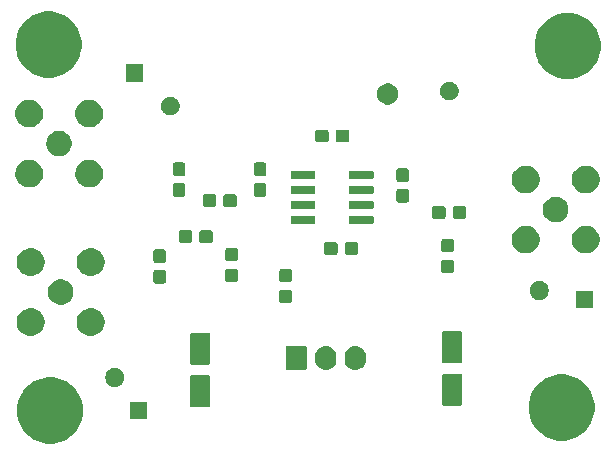
<source format=gbr>
G04 #@! TF.GenerationSoftware,KiCad,Pcbnew,(5.1.2)-2*
G04 #@! TF.CreationDate,2019-07-17T10:15:29+08:00*
G04 #@! TF.ProjectId,single_AM_eval_board,73696e67-6c65-45f4-914d-5f6576616c5f,rev?*
G04 #@! TF.SameCoordinates,Original*
G04 #@! TF.FileFunction,Soldermask,Top*
G04 #@! TF.FilePolarity,Negative*
%FSLAX46Y46*%
G04 Gerber Fmt 4.6, Leading zero omitted, Abs format (unit mm)*
G04 Created by KiCad (PCBNEW (5.1.2)-2) date 2019-07-17 10:15:29*
%MOMM*%
%LPD*%
G04 APERTURE LIST*
%ADD10C,0.100000*%
G04 APERTURE END LIST*
D10*
G36*
X101655021Y-150341640D02*
G01*
X102164769Y-150552785D01*
X102164771Y-150552786D01*
X102623534Y-150859321D01*
X103013679Y-151249466D01*
X103150498Y-151454231D01*
X103320215Y-151708231D01*
X103531360Y-152217979D01*
X103639000Y-152759124D01*
X103639000Y-153310876D01*
X103531360Y-153852021D01*
X103320215Y-154361769D01*
X103320214Y-154361771D01*
X103013679Y-154820534D01*
X102623534Y-155210679D01*
X102164771Y-155517214D01*
X102164770Y-155517215D01*
X102164769Y-155517215D01*
X101655021Y-155728360D01*
X101113876Y-155836000D01*
X100562124Y-155836000D01*
X100020979Y-155728360D01*
X99511231Y-155517215D01*
X99511230Y-155517215D01*
X99511229Y-155517214D01*
X99052466Y-155210679D01*
X98662321Y-154820534D01*
X98355786Y-154361771D01*
X98355785Y-154361769D01*
X98144640Y-153852021D01*
X98037000Y-153310876D01*
X98037000Y-152759124D01*
X98144640Y-152217979D01*
X98355785Y-151708231D01*
X98525502Y-151454231D01*
X98662321Y-151249466D01*
X99052466Y-150859321D01*
X99511229Y-150552786D01*
X99511231Y-150552785D01*
X100020979Y-150341640D01*
X100562124Y-150234000D01*
X101113876Y-150234000D01*
X101655021Y-150341640D01*
X101655021Y-150341640D01*
G37*
G36*
X144962021Y-150087640D02*
G01*
X145471769Y-150298785D01*
X145471771Y-150298786D01*
X145930534Y-150605321D01*
X146320679Y-150995466D01*
X146627214Y-151454229D01*
X146627215Y-151454231D01*
X146838360Y-151963979D01*
X146946000Y-152505124D01*
X146946000Y-153056876D01*
X146838360Y-153598021D01*
X146733149Y-153852022D01*
X146627214Y-154107771D01*
X146320679Y-154566534D01*
X145930534Y-154956679D01*
X145471771Y-155263214D01*
X145471770Y-155263215D01*
X145471769Y-155263215D01*
X144962021Y-155474360D01*
X144420876Y-155582000D01*
X143869124Y-155582000D01*
X143327979Y-155474360D01*
X142818231Y-155263215D01*
X142818230Y-155263215D01*
X142818229Y-155263214D01*
X142359466Y-154956679D01*
X141969321Y-154566534D01*
X141662786Y-154107771D01*
X141556851Y-153852022D01*
X141451640Y-153598021D01*
X141344000Y-153056876D01*
X141344000Y-152505124D01*
X141451640Y-151963979D01*
X141662785Y-151454231D01*
X141662786Y-151454229D01*
X141969321Y-150995466D01*
X142359466Y-150605321D01*
X142818229Y-150298786D01*
X142818231Y-150298785D01*
X143327979Y-150087640D01*
X143869124Y-149980000D01*
X144420876Y-149980000D01*
X144962021Y-150087640D01*
X144962021Y-150087640D01*
G37*
G36*
X109057000Y-153761000D02*
G01*
X107605000Y-153761000D01*
X107605000Y-152309000D01*
X109057000Y-152309000D01*
X109057000Y-153761000D01*
X109057000Y-153761000D01*
G37*
G36*
X114243997Y-150059051D02*
G01*
X114277652Y-150069261D01*
X114308665Y-150085838D01*
X114335851Y-150108149D01*
X114358162Y-150135335D01*
X114374739Y-150166348D01*
X114384949Y-150200003D01*
X114389000Y-150241138D01*
X114389000Y-152570862D01*
X114384949Y-152611997D01*
X114374739Y-152645652D01*
X114358162Y-152676665D01*
X114335851Y-152703851D01*
X114308665Y-152726162D01*
X114277652Y-152742739D01*
X114243997Y-152752949D01*
X114202862Y-152757000D01*
X112873138Y-152757000D01*
X112832003Y-152752949D01*
X112798348Y-152742739D01*
X112767335Y-152726162D01*
X112740149Y-152703851D01*
X112717838Y-152676665D01*
X112701261Y-152645652D01*
X112691051Y-152611997D01*
X112687000Y-152570862D01*
X112687000Y-150241138D01*
X112691051Y-150200003D01*
X112701261Y-150166348D01*
X112717838Y-150135335D01*
X112740149Y-150108149D01*
X112767335Y-150085838D01*
X112798348Y-150069261D01*
X112832003Y-150059051D01*
X112873138Y-150055000D01*
X114202862Y-150055000D01*
X114243997Y-150059051D01*
X114243997Y-150059051D01*
G37*
G36*
X135579997Y-149932051D02*
G01*
X135613652Y-149942261D01*
X135644665Y-149958838D01*
X135671851Y-149981149D01*
X135694162Y-150008335D01*
X135710739Y-150039348D01*
X135720949Y-150073003D01*
X135725000Y-150114138D01*
X135725000Y-152443862D01*
X135720949Y-152484997D01*
X135710739Y-152518652D01*
X135694162Y-152549665D01*
X135671851Y-152576851D01*
X135644665Y-152599162D01*
X135613652Y-152615739D01*
X135579997Y-152625949D01*
X135538862Y-152630000D01*
X134209138Y-152630000D01*
X134168003Y-152625949D01*
X134134348Y-152615739D01*
X134103335Y-152599162D01*
X134076149Y-152576851D01*
X134053838Y-152549665D01*
X134037261Y-152518652D01*
X134027051Y-152484997D01*
X134023000Y-152443862D01*
X134023000Y-150114138D01*
X134027051Y-150073003D01*
X134037261Y-150039348D01*
X134053838Y-150008335D01*
X134076149Y-149981149D01*
X134103335Y-149958838D01*
X134134348Y-149942261D01*
X134168003Y-149932051D01*
X134209138Y-149928000D01*
X135538862Y-149928000D01*
X135579997Y-149932051D01*
X135579997Y-149932051D01*
G37*
G36*
X106532642Y-149470781D02*
G01*
X106678414Y-149531162D01*
X106678416Y-149531163D01*
X106809608Y-149618822D01*
X106921178Y-149730392D01*
X107008837Y-149861584D01*
X107008838Y-149861586D01*
X107069219Y-150007358D01*
X107100000Y-150162107D01*
X107100000Y-150319893D01*
X107069219Y-150474642D01*
X107015090Y-150605321D01*
X107008837Y-150620416D01*
X106921178Y-150751608D01*
X106809608Y-150863178D01*
X106678416Y-150950837D01*
X106678415Y-150950838D01*
X106678414Y-150950838D01*
X106532642Y-151011219D01*
X106377893Y-151042000D01*
X106220107Y-151042000D01*
X106065358Y-151011219D01*
X105919586Y-150950838D01*
X105919585Y-150950838D01*
X105919584Y-150950837D01*
X105788392Y-150863178D01*
X105676822Y-150751608D01*
X105589163Y-150620416D01*
X105582910Y-150605321D01*
X105528781Y-150474642D01*
X105498000Y-150319893D01*
X105498000Y-150162107D01*
X105528781Y-150007358D01*
X105589162Y-149861586D01*
X105589163Y-149861584D01*
X105676822Y-149730392D01*
X105788392Y-149618822D01*
X105919584Y-149531163D01*
X105919586Y-149531162D01*
X106065358Y-149470781D01*
X106220107Y-149440000D01*
X106377893Y-149440000D01*
X106532642Y-149470781D01*
X106532642Y-149470781D01*
G37*
G36*
X124342626Y-147577037D02*
G01*
X124512465Y-147628557D01*
X124512467Y-147628558D01*
X124668989Y-147712221D01*
X124806186Y-147824814D01*
X124889448Y-147926271D01*
X124918778Y-147962009D01*
X125002443Y-148118534D01*
X125053963Y-148288373D01*
X125067000Y-148420742D01*
X125067000Y-148759257D01*
X125053963Y-148891626D01*
X125002443Y-149061466D01*
X124918778Y-149217991D01*
X124889448Y-149253729D01*
X124806186Y-149355186D01*
X124711250Y-149433097D01*
X124668991Y-149467778D01*
X124512466Y-149551443D01*
X124342627Y-149602963D01*
X124166000Y-149620359D01*
X123989374Y-149602963D01*
X123819535Y-149551443D01*
X123663010Y-149467778D01*
X123525815Y-149355185D01*
X123413222Y-149217991D01*
X123329557Y-149061466D01*
X123278037Y-148891627D01*
X123265000Y-148759258D01*
X123265000Y-148420743D01*
X123278037Y-148288374D01*
X123329557Y-148118535D01*
X123413222Y-147962010D01*
X123413223Y-147962009D01*
X123525814Y-147824814D01*
X123627271Y-147741552D01*
X123663009Y-147712222D01*
X123819534Y-147628557D01*
X123989373Y-147577037D01*
X124166000Y-147559641D01*
X124342626Y-147577037D01*
X124342626Y-147577037D01*
G37*
G36*
X126842626Y-147577037D02*
G01*
X127012465Y-147628557D01*
X127012467Y-147628558D01*
X127168989Y-147712221D01*
X127306186Y-147824814D01*
X127389448Y-147926271D01*
X127418778Y-147962009D01*
X127502443Y-148118534D01*
X127553963Y-148288373D01*
X127567000Y-148420742D01*
X127567000Y-148759257D01*
X127553963Y-148891626D01*
X127502443Y-149061466D01*
X127418778Y-149217991D01*
X127389448Y-149253729D01*
X127306186Y-149355186D01*
X127211250Y-149433097D01*
X127168991Y-149467778D01*
X127012466Y-149551443D01*
X126842627Y-149602963D01*
X126666000Y-149620359D01*
X126489374Y-149602963D01*
X126319535Y-149551443D01*
X126163010Y-149467778D01*
X126025815Y-149355185D01*
X125913222Y-149217991D01*
X125829557Y-149061466D01*
X125778037Y-148891627D01*
X125765000Y-148759258D01*
X125765000Y-148420743D01*
X125778037Y-148288374D01*
X125829557Y-148118535D01*
X125913222Y-147962010D01*
X125913223Y-147962009D01*
X126025814Y-147824814D01*
X126127271Y-147741552D01*
X126163009Y-147712222D01*
X126319534Y-147628557D01*
X126489373Y-147577037D01*
X126666000Y-147559641D01*
X126842626Y-147577037D01*
X126842626Y-147577037D01*
G37*
G36*
X122424600Y-147567989D02*
G01*
X122457652Y-147578015D01*
X122488103Y-147594292D01*
X122514799Y-147616201D01*
X122536708Y-147642897D01*
X122552985Y-147673348D01*
X122563011Y-147706400D01*
X122567000Y-147746903D01*
X122567000Y-149433097D01*
X122563011Y-149473600D01*
X122552985Y-149506652D01*
X122536708Y-149537103D01*
X122514799Y-149563799D01*
X122488103Y-149585708D01*
X122457652Y-149601985D01*
X122424600Y-149612011D01*
X122384097Y-149616000D01*
X120947903Y-149616000D01*
X120907400Y-149612011D01*
X120874348Y-149601985D01*
X120843897Y-149585708D01*
X120817201Y-149563799D01*
X120795292Y-149537103D01*
X120779015Y-149506652D01*
X120768989Y-149473600D01*
X120765000Y-149433097D01*
X120765000Y-147746903D01*
X120768989Y-147706400D01*
X120779015Y-147673348D01*
X120795292Y-147642897D01*
X120817201Y-147616201D01*
X120843897Y-147594292D01*
X120874348Y-147578015D01*
X120907400Y-147567989D01*
X120947903Y-147564000D01*
X122384097Y-147564000D01*
X122424600Y-147567989D01*
X122424600Y-147567989D01*
G37*
G36*
X114243997Y-146459051D02*
G01*
X114277652Y-146469261D01*
X114308665Y-146485838D01*
X114335851Y-146508149D01*
X114358162Y-146535335D01*
X114374739Y-146566348D01*
X114384949Y-146600003D01*
X114389000Y-146641138D01*
X114389000Y-148970862D01*
X114384949Y-149011997D01*
X114374739Y-149045652D01*
X114358162Y-149076665D01*
X114335851Y-149103851D01*
X114308665Y-149126162D01*
X114277652Y-149142739D01*
X114243997Y-149152949D01*
X114202862Y-149157000D01*
X112873138Y-149157000D01*
X112832003Y-149152949D01*
X112798348Y-149142739D01*
X112767335Y-149126162D01*
X112740149Y-149103851D01*
X112717838Y-149076665D01*
X112701261Y-149045652D01*
X112691051Y-149011997D01*
X112687000Y-148970862D01*
X112687000Y-146641138D01*
X112691051Y-146600003D01*
X112701261Y-146566348D01*
X112717838Y-146535335D01*
X112740149Y-146508149D01*
X112767335Y-146485838D01*
X112798348Y-146469261D01*
X112832003Y-146459051D01*
X112873138Y-146455000D01*
X114202862Y-146455000D01*
X114243997Y-146459051D01*
X114243997Y-146459051D01*
G37*
G36*
X135579997Y-146332051D02*
G01*
X135613652Y-146342261D01*
X135644665Y-146358838D01*
X135671851Y-146381149D01*
X135694162Y-146408335D01*
X135710739Y-146439348D01*
X135720949Y-146473003D01*
X135725000Y-146514138D01*
X135725000Y-148843862D01*
X135720949Y-148884997D01*
X135710739Y-148918652D01*
X135694162Y-148949665D01*
X135671851Y-148976851D01*
X135644665Y-148999162D01*
X135613652Y-149015739D01*
X135579997Y-149025949D01*
X135538862Y-149030000D01*
X134209138Y-149030000D01*
X134168003Y-149025949D01*
X134134348Y-149015739D01*
X134103335Y-148999162D01*
X134076149Y-148976851D01*
X134053838Y-148949665D01*
X134037261Y-148918652D01*
X134027051Y-148884997D01*
X134023000Y-148843862D01*
X134023000Y-146514138D01*
X134027051Y-146473003D01*
X134037261Y-146439348D01*
X134053838Y-146408335D01*
X134076149Y-146381149D01*
X134103335Y-146358838D01*
X134134348Y-146342261D01*
X134168003Y-146332051D01*
X134209138Y-146328000D01*
X135538862Y-146328000D01*
X135579997Y-146332051D01*
X135579997Y-146332051D01*
G37*
G36*
X99378560Y-144381064D02*
G01*
X99530027Y-144411193D01*
X99744045Y-144499842D01*
X99744046Y-144499843D01*
X99936654Y-144628539D01*
X100100461Y-144792346D01*
X100186258Y-144920751D01*
X100229158Y-144984955D01*
X100317807Y-145198973D01*
X100363000Y-145426174D01*
X100363000Y-145657826D01*
X100317807Y-145885027D01*
X100229158Y-146099045D01*
X100229157Y-146099046D01*
X100100461Y-146291654D01*
X99936654Y-146455461D01*
X99857800Y-146508149D01*
X99744045Y-146584158D01*
X99530027Y-146672807D01*
X99378560Y-146702936D01*
X99302827Y-146718000D01*
X99071173Y-146718000D01*
X98995440Y-146702936D01*
X98843973Y-146672807D01*
X98629955Y-146584158D01*
X98516200Y-146508149D01*
X98437346Y-146455461D01*
X98273539Y-146291654D01*
X98144843Y-146099046D01*
X98144842Y-146099045D01*
X98056193Y-145885027D01*
X98011000Y-145657826D01*
X98011000Y-145426174D01*
X98056193Y-145198973D01*
X98144842Y-144984955D01*
X98187742Y-144920751D01*
X98273539Y-144792346D01*
X98437346Y-144628539D01*
X98629954Y-144499843D01*
X98629955Y-144499842D01*
X98843973Y-144411193D01*
X98995440Y-144381064D01*
X99071173Y-144366000D01*
X99302827Y-144366000D01*
X99378560Y-144381064D01*
X99378560Y-144381064D01*
G37*
G36*
X104458560Y-144381064D02*
G01*
X104610027Y-144411193D01*
X104824045Y-144499842D01*
X104824046Y-144499843D01*
X105016654Y-144628539D01*
X105180461Y-144792346D01*
X105266258Y-144920751D01*
X105309158Y-144984955D01*
X105397807Y-145198973D01*
X105443000Y-145426174D01*
X105443000Y-145657826D01*
X105397807Y-145885027D01*
X105309158Y-146099045D01*
X105309157Y-146099046D01*
X105180461Y-146291654D01*
X105016654Y-146455461D01*
X104937800Y-146508149D01*
X104824045Y-146584158D01*
X104610027Y-146672807D01*
X104458560Y-146702936D01*
X104382827Y-146718000D01*
X104151173Y-146718000D01*
X104075440Y-146702936D01*
X103923973Y-146672807D01*
X103709955Y-146584158D01*
X103596200Y-146508149D01*
X103517346Y-146455461D01*
X103353539Y-146291654D01*
X103224843Y-146099046D01*
X103224842Y-146099045D01*
X103136193Y-145885027D01*
X103091000Y-145657826D01*
X103091000Y-145426174D01*
X103136193Y-145198973D01*
X103224842Y-144984955D01*
X103267742Y-144920751D01*
X103353539Y-144792346D01*
X103517346Y-144628539D01*
X103709954Y-144499843D01*
X103709955Y-144499842D01*
X103923973Y-144411193D01*
X104075440Y-144381064D01*
X104151173Y-144366000D01*
X104382827Y-144366000D01*
X104458560Y-144381064D01*
X104458560Y-144381064D01*
G37*
G36*
X146776000Y-144363000D02*
G01*
X145324000Y-144363000D01*
X145324000Y-142911000D01*
X146776000Y-142911000D01*
X146776000Y-144363000D01*
X146776000Y-144363000D01*
G37*
G36*
X101902271Y-141939783D02*
G01*
X102040858Y-141967350D01*
X102236677Y-142048461D01*
X102412910Y-142166216D01*
X102562784Y-142316090D01*
X102680539Y-142492323D01*
X102761650Y-142688142D01*
X102783126Y-142796108D01*
X102800300Y-142882446D01*
X102803000Y-142896023D01*
X102803000Y-143107977D01*
X102761650Y-143315858D01*
X102680539Y-143511677D01*
X102562784Y-143687910D01*
X102412910Y-143837784D01*
X102236677Y-143955539D01*
X102040858Y-144036650D01*
X101902271Y-144064217D01*
X101832978Y-144078000D01*
X101621022Y-144078000D01*
X101551729Y-144064217D01*
X101413142Y-144036650D01*
X101217323Y-143955539D01*
X101041090Y-143837784D01*
X100891216Y-143687910D01*
X100773461Y-143511677D01*
X100692350Y-143315858D01*
X100651000Y-143107977D01*
X100651000Y-142896023D01*
X100653701Y-142882446D01*
X100670874Y-142796108D01*
X100692350Y-142688142D01*
X100773461Y-142492323D01*
X100891216Y-142316090D01*
X101041090Y-142166216D01*
X101217323Y-142048461D01*
X101413142Y-141967350D01*
X101551729Y-141939783D01*
X101621022Y-141926000D01*
X101832978Y-141926000D01*
X101902271Y-141939783D01*
X101902271Y-141939783D01*
G37*
G36*
X121141499Y-142797445D02*
G01*
X121178995Y-142808820D01*
X121213554Y-142827292D01*
X121243847Y-142852153D01*
X121268708Y-142882446D01*
X121287180Y-142917005D01*
X121298555Y-142954501D01*
X121303000Y-142999638D01*
X121303000Y-143738362D01*
X121298555Y-143783499D01*
X121287180Y-143820995D01*
X121268708Y-143855554D01*
X121243847Y-143885847D01*
X121213554Y-143910708D01*
X121178995Y-143929180D01*
X121141499Y-143940555D01*
X121096362Y-143945000D01*
X120457638Y-143945000D01*
X120412501Y-143940555D01*
X120375005Y-143929180D01*
X120340446Y-143910708D01*
X120310153Y-143885847D01*
X120285292Y-143855554D01*
X120266820Y-143820995D01*
X120255445Y-143783499D01*
X120251000Y-143738362D01*
X120251000Y-142999638D01*
X120255445Y-142954501D01*
X120266820Y-142917005D01*
X120285292Y-142882446D01*
X120310153Y-142852153D01*
X120340446Y-142827292D01*
X120375005Y-142808820D01*
X120412501Y-142797445D01*
X120457638Y-142793000D01*
X121096362Y-142793000D01*
X121141499Y-142797445D01*
X121141499Y-142797445D01*
G37*
G36*
X142473642Y-142104781D02*
G01*
X142608661Y-142160708D01*
X142619416Y-142165163D01*
X142750608Y-142252822D01*
X142862178Y-142364392D01*
X142947657Y-142492322D01*
X142949838Y-142495586D01*
X143010219Y-142641358D01*
X143041000Y-142796107D01*
X143041000Y-142953893D01*
X143010219Y-143108642D01*
X142949838Y-143254414D01*
X142949837Y-143254416D01*
X142862178Y-143385608D01*
X142750608Y-143497178D01*
X142619416Y-143584837D01*
X142619415Y-143584838D01*
X142619414Y-143584838D01*
X142473642Y-143645219D01*
X142318893Y-143676000D01*
X142161107Y-143676000D01*
X142006358Y-143645219D01*
X141860586Y-143584838D01*
X141860585Y-143584838D01*
X141860584Y-143584837D01*
X141729392Y-143497178D01*
X141617822Y-143385608D01*
X141530163Y-143254416D01*
X141530162Y-143254414D01*
X141469781Y-143108642D01*
X141439000Y-142953893D01*
X141439000Y-142796107D01*
X141469781Y-142641358D01*
X141530162Y-142495586D01*
X141532343Y-142492322D01*
X141617822Y-142364392D01*
X141729392Y-142252822D01*
X141860584Y-142165163D01*
X141871339Y-142160708D01*
X142006358Y-142104781D01*
X142161107Y-142074000D01*
X142318893Y-142074000D01*
X142473642Y-142104781D01*
X142473642Y-142104781D01*
G37*
G36*
X110473499Y-141146445D02*
G01*
X110510995Y-141157820D01*
X110545554Y-141176292D01*
X110575847Y-141201153D01*
X110600708Y-141231446D01*
X110619180Y-141266005D01*
X110630555Y-141303501D01*
X110635000Y-141348638D01*
X110635000Y-142087362D01*
X110630555Y-142132499D01*
X110619180Y-142169995D01*
X110600708Y-142204554D01*
X110575847Y-142234847D01*
X110545554Y-142259708D01*
X110510995Y-142278180D01*
X110473499Y-142289555D01*
X110428362Y-142294000D01*
X109789638Y-142294000D01*
X109744501Y-142289555D01*
X109707005Y-142278180D01*
X109672446Y-142259708D01*
X109642153Y-142234847D01*
X109617292Y-142204554D01*
X109598820Y-142169995D01*
X109587445Y-142132499D01*
X109583000Y-142087362D01*
X109583000Y-141348638D01*
X109587445Y-141303501D01*
X109598820Y-141266005D01*
X109617292Y-141231446D01*
X109642153Y-141201153D01*
X109672446Y-141176292D01*
X109707005Y-141157820D01*
X109744501Y-141146445D01*
X109789638Y-141142000D01*
X110428362Y-141142000D01*
X110473499Y-141146445D01*
X110473499Y-141146445D01*
G37*
G36*
X121141499Y-141047445D02*
G01*
X121178995Y-141058820D01*
X121213554Y-141077292D01*
X121243847Y-141102153D01*
X121268708Y-141132446D01*
X121287180Y-141167005D01*
X121298555Y-141204501D01*
X121303000Y-141249638D01*
X121303000Y-141988362D01*
X121298555Y-142033499D01*
X121287180Y-142070995D01*
X121268708Y-142105554D01*
X121243847Y-142135847D01*
X121213554Y-142160708D01*
X121178995Y-142179180D01*
X121141499Y-142190555D01*
X121096362Y-142195000D01*
X120457638Y-142195000D01*
X120412501Y-142190555D01*
X120375005Y-142179180D01*
X120340446Y-142160708D01*
X120310153Y-142135847D01*
X120285292Y-142105554D01*
X120266820Y-142070995D01*
X120255445Y-142033499D01*
X120251000Y-141988362D01*
X120251000Y-141249638D01*
X120255445Y-141204501D01*
X120266820Y-141167005D01*
X120285292Y-141132446D01*
X120310153Y-141102153D01*
X120340446Y-141077292D01*
X120375005Y-141058820D01*
X120412501Y-141047445D01*
X120457638Y-141043000D01*
X121096362Y-141043000D01*
X121141499Y-141047445D01*
X121141499Y-141047445D01*
G37*
G36*
X116569499Y-141019445D02*
G01*
X116606995Y-141030820D01*
X116641554Y-141049292D01*
X116671847Y-141074153D01*
X116696708Y-141104446D01*
X116715180Y-141139005D01*
X116726555Y-141176501D01*
X116731000Y-141221638D01*
X116731000Y-141960362D01*
X116726555Y-142005499D01*
X116715180Y-142042995D01*
X116696708Y-142077554D01*
X116671847Y-142107847D01*
X116641554Y-142132708D01*
X116606995Y-142151180D01*
X116569499Y-142162555D01*
X116524362Y-142167000D01*
X115885638Y-142167000D01*
X115840501Y-142162555D01*
X115803005Y-142151180D01*
X115768446Y-142132708D01*
X115738153Y-142107847D01*
X115713292Y-142077554D01*
X115694820Y-142042995D01*
X115683445Y-142005499D01*
X115679000Y-141960362D01*
X115679000Y-141221638D01*
X115683445Y-141176501D01*
X115694820Y-141139005D01*
X115713292Y-141104446D01*
X115738153Y-141074153D01*
X115768446Y-141049292D01*
X115803005Y-141030820D01*
X115840501Y-141019445D01*
X115885638Y-141015000D01*
X116524362Y-141015000D01*
X116569499Y-141019445D01*
X116569499Y-141019445D01*
G37*
G36*
X104449650Y-139299292D02*
G01*
X104610027Y-139331193D01*
X104824045Y-139419842D01*
X104835287Y-139427354D01*
X105016654Y-139548539D01*
X105180461Y-139712346D01*
X105246184Y-139810708D01*
X105309158Y-139904955D01*
X105397807Y-140118973D01*
X105397807Y-140118975D01*
X105442259Y-140342446D01*
X105443000Y-140346174D01*
X105443000Y-140577826D01*
X105397807Y-140805027D01*
X105309158Y-141019045D01*
X105282581Y-141058820D01*
X105180461Y-141211654D01*
X105016654Y-141375461D01*
X104888249Y-141461258D01*
X104824045Y-141504158D01*
X104610027Y-141592807D01*
X104458560Y-141622936D01*
X104382827Y-141638000D01*
X104151173Y-141638000D01*
X104075440Y-141622936D01*
X103923973Y-141592807D01*
X103709955Y-141504158D01*
X103645751Y-141461258D01*
X103517346Y-141375461D01*
X103353539Y-141211654D01*
X103251419Y-141058820D01*
X103224842Y-141019045D01*
X103136193Y-140805027D01*
X103091000Y-140577826D01*
X103091000Y-140346174D01*
X103091742Y-140342446D01*
X103136193Y-140118975D01*
X103136193Y-140118973D01*
X103224842Y-139904955D01*
X103287816Y-139810708D01*
X103353539Y-139712346D01*
X103517346Y-139548539D01*
X103698713Y-139427354D01*
X103709955Y-139419842D01*
X103923973Y-139331193D01*
X104084350Y-139299292D01*
X104151173Y-139286000D01*
X104382827Y-139286000D01*
X104449650Y-139299292D01*
X104449650Y-139299292D01*
G37*
G36*
X99369650Y-139299292D02*
G01*
X99530027Y-139331193D01*
X99744045Y-139419842D01*
X99755287Y-139427354D01*
X99936654Y-139548539D01*
X100100461Y-139712346D01*
X100166184Y-139810708D01*
X100229158Y-139904955D01*
X100317807Y-140118973D01*
X100317807Y-140118975D01*
X100362259Y-140342446D01*
X100363000Y-140346174D01*
X100363000Y-140577826D01*
X100317807Y-140805027D01*
X100229158Y-141019045D01*
X100202581Y-141058820D01*
X100100461Y-141211654D01*
X99936654Y-141375461D01*
X99808249Y-141461258D01*
X99744045Y-141504158D01*
X99530027Y-141592807D01*
X99378560Y-141622936D01*
X99302827Y-141638000D01*
X99071173Y-141638000D01*
X98995440Y-141622936D01*
X98843973Y-141592807D01*
X98629955Y-141504158D01*
X98565751Y-141461258D01*
X98437346Y-141375461D01*
X98273539Y-141211654D01*
X98171419Y-141058820D01*
X98144842Y-141019045D01*
X98056193Y-140805027D01*
X98011000Y-140577826D01*
X98011000Y-140346174D01*
X98011742Y-140342446D01*
X98056193Y-140118975D01*
X98056193Y-140118973D01*
X98144842Y-139904955D01*
X98207816Y-139810708D01*
X98273539Y-139712346D01*
X98437346Y-139548539D01*
X98618713Y-139427354D01*
X98629955Y-139419842D01*
X98843973Y-139331193D01*
X99004350Y-139299292D01*
X99071173Y-139286000D01*
X99302827Y-139286000D01*
X99369650Y-139299292D01*
X99369650Y-139299292D01*
G37*
G36*
X134857499Y-140257445D02*
G01*
X134894995Y-140268820D01*
X134929554Y-140287292D01*
X134959847Y-140312153D01*
X134984708Y-140342446D01*
X135003180Y-140377005D01*
X135014555Y-140414501D01*
X135019000Y-140459638D01*
X135019000Y-141198362D01*
X135014555Y-141243499D01*
X135003180Y-141280995D01*
X134984708Y-141315554D01*
X134959847Y-141345847D01*
X134929554Y-141370708D01*
X134894995Y-141389180D01*
X134857499Y-141400555D01*
X134812362Y-141405000D01*
X134173638Y-141405000D01*
X134128501Y-141400555D01*
X134091005Y-141389180D01*
X134056446Y-141370708D01*
X134026153Y-141345847D01*
X134001292Y-141315554D01*
X133982820Y-141280995D01*
X133971445Y-141243499D01*
X133967000Y-141198362D01*
X133967000Y-140459638D01*
X133971445Y-140414501D01*
X133982820Y-140377005D01*
X134001292Y-140342446D01*
X134026153Y-140312153D01*
X134056446Y-140287292D01*
X134091005Y-140268820D01*
X134128501Y-140257445D01*
X134173638Y-140253000D01*
X134812362Y-140253000D01*
X134857499Y-140257445D01*
X134857499Y-140257445D01*
G37*
G36*
X110473499Y-139396445D02*
G01*
X110510995Y-139407820D01*
X110545554Y-139426292D01*
X110575847Y-139451153D01*
X110600708Y-139481446D01*
X110619180Y-139516005D01*
X110630555Y-139553501D01*
X110635000Y-139598638D01*
X110635000Y-140337362D01*
X110630555Y-140382499D01*
X110619180Y-140419995D01*
X110600708Y-140454554D01*
X110575847Y-140484847D01*
X110545554Y-140509708D01*
X110510995Y-140528180D01*
X110473499Y-140539555D01*
X110428362Y-140544000D01*
X109789638Y-140544000D01*
X109744501Y-140539555D01*
X109707005Y-140528180D01*
X109672446Y-140509708D01*
X109642153Y-140484847D01*
X109617292Y-140454554D01*
X109598820Y-140419995D01*
X109587445Y-140382499D01*
X109583000Y-140337362D01*
X109583000Y-139598638D01*
X109587445Y-139553501D01*
X109598820Y-139516005D01*
X109617292Y-139481446D01*
X109642153Y-139451153D01*
X109672446Y-139426292D01*
X109707005Y-139407820D01*
X109744501Y-139396445D01*
X109789638Y-139392000D01*
X110428362Y-139392000D01*
X110473499Y-139396445D01*
X110473499Y-139396445D01*
G37*
G36*
X116569499Y-139269445D02*
G01*
X116606995Y-139280820D01*
X116641554Y-139299292D01*
X116671847Y-139324153D01*
X116696708Y-139354446D01*
X116715180Y-139389005D01*
X116726555Y-139426501D01*
X116731000Y-139471638D01*
X116731000Y-140210362D01*
X116726555Y-140255499D01*
X116715180Y-140292995D01*
X116696708Y-140327554D01*
X116671847Y-140357847D01*
X116641554Y-140382708D01*
X116606995Y-140401180D01*
X116569499Y-140412555D01*
X116524362Y-140417000D01*
X115885638Y-140417000D01*
X115840501Y-140412555D01*
X115803005Y-140401180D01*
X115768446Y-140382708D01*
X115738153Y-140357847D01*
X115713292Y-140327554D01*
X115694820Y-140292995D01*
X115683445Y-140255499D01*
X115679000Y-140210362D01*
X115679000Y-139471638D01*
X115683445Y-139426501D01*
X115694820Y-139389005D01*
X115713292Y-139354446D01*
X115738153Y-139324153D01*
X115768446Y-139299292D01*
X115803005Y-139280820D01*
X115840501Y-139269445D01*
X115885638Y-139265000D01*
X116524362Y-139265000D01*
X116569499Y-139269445D01*
X116569499Y-139269445D01*
G37*
G36*
X125015499Y-138797445D02*
G01*
X125052995Y-138808820D01*
X125087554Y-138827292D01*
X125117847Y-138852153D01*
X125142708Y-138882446D01*
X125161180Y-138917005D01*
X125172555Y-138954501D01*
X125177000Y-138999638D01*
X125177000Y-139638362D01*
X125172555Y-139683499D01*
X125161180Y-139720995D01*
X125142708Y-139755554D01*
X125117847Y-139785847D01*
X125087554Y-139810708D01*
X125052995Y-139829180D01*
X125015499Y-139840555D01*
X124970362Y-139845000D01*
X124231638Y-139845000D01*
X124186501Y-139840555D01*
X124149005Y-139829180D01*
X124114446Y-139810708D01*
X124084153Y-139785847D01*
X124059292Y-139755554D01*
X124040820Y-139720995D01*
X124029445Y-139683499D01*
X124025000Y-139638362D01*
X124025000Y-138999638D01*
X124029445Y-138954501D01*
X124040820Y-138917005D01*
X124059292Y-138882446D01*
X124084153Y-138852153D01*
X124114446Y-138827292D01*
X124149005Y-138808820D01*
X124186501Y-138797445D01*
X124231638Y-138793000D01*
X124970362Y-138793000D01*
X125015499Y-138797445D01*
X125015499Y-138797445D01*
G37*
G36*
X126765499Y-138797445D02*
G01*
X126802995Y-138808820D01*
X126837554Y-138827292D01*
X126867847Y-138852153D01*
X126892708Y-138882446D01*
X126911180Y-138917005D01*
X126922555Y-138954501D01*
X126927000Y-138999638D01*
X126927000Y-139638362D01*
X126922555Y-139683499D01*
X126911180Y-139720995D01*
X126892708Y-139755554D01*
X126867847Y-139785847D01*
X126837554Y-139810708D01*
X126802995Y-139829180D01*
X126765499Y-139840555D01*
X126720362Y-139845000D01*
X125981638Y-139845000D01*
X125936501Y-139840555D01*
X125899005Y-139829180D01*
X125864446Y-139810708D01*
X125834153Y-139785847D01*
X125809292Y-139755554D01*
X125790820Y-139720995D01*
X125779445Y-139683499D01*
X125775000Y-139638362D01*
X125775000Y-138999638D01*
X125779445Y-138954501D01*
X125790820Y-138917005D01*
X125809292Y-138882446D01*
X125834153Y-138852153D01*
X125864446Y-138827292D01*
X125899005Y-138808820D01*
X125936501Y-138797445D01*
X125981638Y-138793000D01*
X126720362Y-138793000D01*
X126765499Y-138797445D01*
X126765499Y-138797445D01*
G37*
G36*
X146368560Y-137396064D02*
G01*
X146520027Y-137426193D01*
X146734045Y-137514842D01*
X146734046Y-137514843D01*
X146926654Y-137643539D01*
X147090461Y-137807346D01*
X147176258Y-137935751D01*
X147219158Y-137999955D01*
X147307807Y-138213973D01*
X147353000Y-138441174D01*
X147353000Y-138672826D01*
X147307807Y-138900027D01*
X147219158Y-139114045D01*
X147219157Y-139114046D01*
X147090461Y-139306654D01*
X146926654Y-139470461D01*
X146802375Y-139553501D01*
X146734045Y-139599158D01*
X146520027Y-139687807D01*
X146396671Y-139712344D01*
X146292827Y-139733000D01*
X146061173Y-139733000D01*
X145957329Y-139712344D01*
X145833973Y-139687807D01*
X145619955Y-139599158D01*
X145551625Y-139553501D01*
X145427346Y-139470461D01*
X145263539Y-139306654D01*
X145134843Y-139114046D01*
X145134842Y-139114045D01*
X145046193Y-138900027D01*
X145001000Y-138672826D01*
X145001000Y-138441174D01*
X145046193Y-138213973D01*
X145134842Y-137999955D01*
X145177742Y-137935751D01*
X145263539Y-137807346D01*
X145427346Y-137643539D01*
X145619954Y-137514843D01*
X145619955Y-137514842D01*
X145833973Y-137426193D01*
X145985440Y-137396064D01*
X146061173Y-137381000D01*
X146292827Y-137381000D01*
X146368560Y-137396064D01*
X146368560Y-137396064D01*
G37*
G36*
X141288560Y-137396064D02*
G01*
X141440027Y-137426193D01*
X141654045Y-137514842D01*
X141654046Y-137514843D01*
X141846654Y-137643539D01*
X142010461Y-137807346D01*
X142096258Y-137935751D01*
X142139158Y-137999955D01*
X142227807Y-138213973D01*
X142273000Y-138441174D01*
X142273000Y-138672826D01*
X142227807Y-138900027D01*
X142139158Y-139114045D01*
X142139157Y-139114046D01*
X142010461Y-139306654D01*
X141846654Y-139470461D01*
X141722375Y-139553501D01*
X141654045Y-139599158D01*
X141440027Y-139687807D01*
X141316671Y-139712344D01*
X141212827Y-139733000D01*
X140981173Y-139733000D01*
X140877329Y-139712344D01*
X140753973Y-139687807D01*
X140539955Y-139599158D01*
X140471625Y-139553501D01*
X140347346Y-139470461D01*
X140183539Y-139306654D01*
X140054843Y-139114046D01*
X140054842Y-139114045D01*
X139966193Y-138900027D01*
X139921000Y-138672826D01*
X139921000Y-138441174D01*
X139966193Y-138213973D01*
X140054842Y-137999955D01*
X140097742Y-137935751D01*
X140183539Y-137807346D01*
X140347346Y-137643539D01*
X140539954Y-137514843D01*
X140539955Y-137514842D01*
X140753973Y-137426193D01*
X140905440Y-137396064D01*
X140981173Y-137381000D01*
X141212827Y-137381000D01*
X141288560Y-137396064D01*
X141288560Y-137396064D01*
G37*
G36*
X134857499Y-138507445D02*
G01*
X134894995Y-138518820D01*
X134929554Y-138537292D01*
X134959847Y-138562153D01*
X134984708Y-138592446D01*
X135003180Y-138627005D01*
X135014555Y-138664501D01*
X135019000Y-138709638D01*
X135019000Y-139448362D01*
X135014555Y-139493499D01*
X135003180Y-139530995D01*
X134984708Y-139565554D01*
X134959847Y-139595847D01*
X134929554Y-139620708D01*
X134894995Y-139639180D01*
X134857499Y-139650555D01*
X134812362Y-139655000D01*
X134173638Y-139655000D01*
X134128501Y-139650555D01*
X134091005Y-139639180D01*
X134056446Y-139620708D01*
X134026153Y-139595847D01*
X134001292Y-139565554D01*
X133982820Y-139530995D01*
X133971445Y-139493499D01*
X133967000Y-139448362D01*
X133967000Y-138709638D01*
X133971445Y-138664501D01*
X133982820Y-138627005D01*
X134001292Y-138592446D01*
X134026153Y-138562153D01*
X134056446Y-138537292D01*
X134091005Y-138518820D01*
X134128501Y-138507445D01*
X134173638Y-138503000D01*
X134812362Y-138503000D01*
X134857499Y-138507445D01*
X134857499Y-138507445D01*
G37*
G36*
X114446499Y-137781445D02*
G01*
X114483995Y-137792820D01*
X114518554Y-137811292D01*
X114548847Y-137836153D01*
X114573708Y-137866446D01*
X114592180Y-137901005D01*
X114603555Y-137938501D01*
X114608000Y-137983638D01*
X114608000Y-138622362D01*
X114603555Y-138667499D01*
X114592180Y-138704995D01*
X114573708Y-138739554D01*
X114548847Y-138769847D01*
X114518554Y-138794708D01*
X114483995Y-138813180D01*
X114446499Y-138824555D01*
X114401362Y-138829000D01*
X113662638Y-138829000D01*
X113617501Y-138824555D01*
X113580005Y-138813180D01*
X113545446Y-138794708D01*
X113515153Y-138769847D01*
X113490292Y-138739554D01*
X113471820Y-138704995D01*
X113460445Y-138667499D01*
X113456000Y-138622362D01*
X113456000Y-137983638D01*
X113460445Y-137938501D01*
X113471820Y-137901005D01*
X113490292Y-137866446D01*
X113515153Y-137836153D01*
X113545446Y-137811292D01*
X113580005Y-137792820D01*
X113617501Y-137781445D01*
X113662638Y-137777000D01*
X114401362Y-137777000D01*
X114446499Y-137781445D01*
X114446499Y-137781445D01*
G37*
G36*
X112696499Y-137781445D02*
G01*
X112733995Y-137792820D01*
X112768554Y-137811292D01*
X112798847Y-137836153D01*
X112823708Y-137866446D01*
X112842180Y-137901005D01*
X112853555Y-137938501D01*
X112858000Y-137983638D01*
X112858000Y-138622362D01*
X112853555Y-138667499D01*
X112842180Y-138704995D01*
X112823708Y-138739554D01*
X112798847Y-138769847D01*
X112768554Y-138794708D01*
X112733995Y-138813180D01*
X112696499Y-138824555D01*
X112651362Y-138829000D01*
X111912638Y-138829000D01*
X111867501Y-138824555D01*
X111830005Y-138813180D01*
X111795446Y-138794708D01*
X111765153Y-138769847D01*
X111740292Y-138739554D01*
X111721820Y-138704995D01*
X111710445Y-138667499D01*
X111706000Y-138622362D01*
X111706000Y-137983638D01*
X111710445Y-137938501D01*
X111721820Y-137901005D01*
X111740292Y-137866446D01*
X111765153Y-137836153D01*
X111795446Y-137811292D01*
X111830005Y-137792820D01*
X111867501Y-137781445D01*
X111912638Y-137777000D01*
X112651362Y-137777000D01*
X112696499Y-137781445D01*
X112696499Y-137781445D01*
G37*
G36*
X123173928Y-136557764D02*
G01*
X123195009Y-136564160D01*
X123214445Y-136574548D01*
X123231476Y-136588524D01*
X123245452Y-136605555D01*
X123255840Y-136624991D01*
X123262236Y-136646072D01*
X123265000Y-136674140D01*
X123265000Y-137137860D01*
X123262236Y-137165928D01*
X123255840Y-137187009D01*
X123245452Y-137206445D01*
X123231476Y-137223476D01*
X123214445Y-137237452D01*
X123195009Y-137247840D01*
X123173928Y-137254236D01*
X123145860Y-137257000D01*
X121332140Y-137257000D01*
X121304072Y-137254236D01*
X121282991Y-137247840D01*
X121263555Y-137237452D01*
X121246524Y-137223476D01*
X121232548Y-137206445D01*
X121222160Y-137187009D01*
X121215764Y-137165928D01*
X121213000Y-137137860D01*
X121213000Y-136674140D01*
X121215764Y-136646072D01*
X121222160Y-136624991D01*
X121232548Y-136605555D01*
X121246524Y-136588524D01*
X121263555Y-136574548D01*
X121282991Y-136564160D01*
X121304072Y-136557764D01*
X121332140Y-136555000D01*
X123145860Y-136555000D01*
X123173928Y-136557764D01*
X123173928Y-136557764D01*
G37*
G36*
X128123928Y-136557764D02*
G01*
X128145009Y-136564160D01*
X128164445Y-136574548D01*
X128181476Y-136588524D01*
X128195452Y-136605555D01*
X128205840Y-136624991D01*
X128212236Y-136646072D01*
X128215000Y-136674140D01*
X128215000Y-137137860D01*
X128212236Y-137165928D01*
X128205840Y-137187009D01*
X128195452Y-137206445D01*
X128181476Y-137223476D01*
X128164445Y-137237452D01*
X128145009Y-137247840D01*
X128123928Y-137254236D01*
X128095860Y-137257000D01*
X126282140Y-137257000D01*
X126254072Y-137254236D01*
X126232991Y-137247840D01*
X126213555Y-137237452D01*
X126196524Y-137223476D01*
X126182548Y-137206445D01*
X126172160Y-137187009D01*
X126165764Y-137165928D01*
X126163000Y-137137860D01*
X126163000Y-136674140D01*
X126165764Y-136646072D01*
X126172160Y-136624991D01*
X126182548Y-136605555D01*
X126196524Y-136588524D01*
X126213555Y-136574548D01*
X126232991Y-136564160D01*
X126254072Y-136557764D01*
X126282140Y-136555000D01*
X128095860Y-136555000D01*
X128123928Y-136557764D01*
X128123928Y-136557764D01*
G37*
G36*
X143812271Y-134954783D02*
G01*
X143950858Y-134982350D01*
X144146677Y-135063461D01*
X144322910Y-135181216D01*
X144472784Y-135331090D01*
X144590539Y-135507323D01*
X144671650Y-135703142D01*
X144683958Y-135765020D01*
X144709998Y-135895928D01*
X144713000Y-135911023D01*
X144713000Y-136122977D01*
X144671650Y-136330858D01*
X144590539Y-136526677D01*
X144472784Y-136702910D01*
X144322910Y-136852784D01*
X144146677Y-136970539D01*
X143950858Y-137051650D01*
X143812271Y-137079217D01*
X143742978Y-137093000D01*
X143531022Y-137093000D01*
X143461729Y-137079217D01*
X143323142Y-137051650D01*
X143127323Y-136970539D01*
X142951090Y-136852784D01*
X142801216Y-136702910D01*
X142683461Y-136526677D01*
X142602350Y-136330858D01*
X142561000Y-136122977D01*
X142561000Y-135911023D01*
X142564003Y-135895928D01*
X142590042Y-135765020D01*
X142602350Y-135703142D01*
X142683461Y-135507323D01*
X142801216Y-135331090D01*
X142951090Y-135181216D01*
X143127323Y-135063461D01*
X143323142Y-134982350D01*
X143461729Y-134954783D01*
X143531022Y-134941000D01*
X143742978Y-134941000D01*
X143812271Y-134954783D01*
X143812271Y-134954783D01*
G37*
G36*
X135909499Y-135749445D02*
G01*
X135946995Y-135760820D01*
X135981554Y-135779292D01*
X136011847Y-135804153D01*
X136036708Y-135834446D01*
X136055180Y-135869005D01*
X136066555Y-135906501D01*
X136071000Y-135951638D01*
X136071000Y-136590362D01*
X136066555Y-136635499D01*
X136055180Y-136672995D01*
X136036708Y-136707554D01*
X136011847Y-136737847D01*
X135981554Y-136762708D01*
X135946995Y-136781180D01*
X135909499Y-136792555D01*
X135864362Y-136797000D01*
X135125638Y-136797000D01*
X135080501Y-136792555D01*
X135043005Y-136781180D01*
X135008446Y-136762708D01*
X134978153Y-136737847D01*
X134953292Y-136707554D01*
X134934820Y-136672995D01*
X134923445Y-136635499D01*
X134919000Y-136590362D01*
X134919000Y-135951638D01*
X134923445Y-135906501D01*
X134934820Y-135869005D01*
X134953292Y-135834446D01*
X134978153Y-135804153D01*
X135008446Y-135779292D01*
X135043005Y-135760820D01*
X135080501Y-135749445D01*
X135125638Y-135745000D01*
X135864362Y-135745000D01*
X135909499Y-135749445D01*
X135909499Y-135749445D01*
G37*
G36*
X134159499Y-135749445D02*
G01*
X134196995Y-135760820D01*
X134231554Y-135779292D01*
X134261847Y-135804153D01*
X134286708Y-135834446D01*
X134305180Y-135869005D01*
X134316555Y-135906501D01*
X134321000Y-135951638D01*
X134321000Y-136590362D01*
X134316555Y-136635499D01*
X134305180Y-136672995D01*
X134286708Y-136707554D01*
X134261847Y-136737847D01*
X134231554Y-136762708D01*
X134196995Y-136781180D01*
X134159499Y-136792555D01*
X134114362Y-136797000D01*
X133375638Y-136797000D01*
X133330501Y-136792555D01*
X133293005Y-136781180D01*
X133258446Y-136762708D01*
X133228153Y-136737847D01*
X133203292Y-136707554D01*
X133184820Y-136672995D01*
X133173445Y-136635499D01*
X133169000Y-136590362D01*
X133169000Y-135951638D01*
X133173445Y-135906501D01*
X133184820Y-135869005D01*
X133203292Y-135834446D01*
X133228153Y-135804153D01*
X133258446Y-135779292D01*
X133293005Y-135760820D01*
X133330501Y-135749445D01*
X133375638Y-135745000D01*
X134114362Y-135745000D01*
X134159499Y-135749445D01*
X134159499Y-135749445D01*
G37*
G36*
X123173928Y-135287764D02*
G01*
X123195009Y-135294160D01*
X123214445Y-135304548D01*
X123231476Y-135318524D01*
X123245452Y-135335555D01*
X123255840Y-135354991D01*
X123262236Y-135376072D01*
X123265000Y-135404140D01*
X123265000Y-135867860D01*
X123262236Y-135895928D01*
X123255840Y-135917009D01*
X123245452Y-135936445D01*
X123231476Y-135953476D01*
X123214445Y-135967452D01*
X123195009Y-135977840D01*
X123173928Y-135984236D01*
X123145860Y-135987000D01*
X121332140Y-135987000D01*
X121304072Y-135984236D01*
X121282991Y-135977840D01*
X121263555Y-135967452D01*
X121246524Y-135953476D01*
X121232548Y-135936445D01*
X121222160Y-135917009D01*
X121215764Y-135895928D01*
X121213000Y-135867860D01*
X121213000Y-135404140D01*
X121215764Y-135376072D01*
X121222160Y-135354991D01*
X121232548Y-135335555D01*
X121246524Y-135318524D01*
X121263555Y-135304548D01*
X121282991Y-135294160D01*
X121304072Y-135287764D01*
X121332140Y-135285000D01*
X123145860Y-135285000D01*
X123173928Y-135287764D01*
X123173928Y-135287764D01*
G37*
G36*
X128123928Y-135287764D02*
G01*
X128145009Y-135294160D01*
X128164445Y-135304548D01*
X128181476Y-135318524D01*
X128195452Y-135335555D01*
X128205840Y-135354991D01*
X128212236Y-135376072D01*
X128215000Y-135404140D01*
X128215000Y-135867860D01*
X128212236Y-135895928D01*
X128205840Y-135917009D01*
X128195452Y-135936445D01*
X128181476Y-135953476D01*
X128164445Y-135967452D01*
X128145009Y-135977840D01*
X128123928Y-135984236D01*
X128095860Y-135987000D01*
X126282140Y-135987000D01*
X126254072Y-135984236D01*
X126232991Y-135977840D01*
X126213555Y-135967452D01*
X126196524Y-135953476D01*
X126182548Y-135936445D01*
X126172160Y-135917009D01*
X126165764Y-135895928D01*
X126163000Y-135867860D01*
X126163000Y-135404140D01*
X126165764Y-135376072D01*
X126172160Y-135354991D01*
X126182548Y-135335555D01*
X126196524Y-135318524D01*
X126213555Y-135304548D01*
X126232991Y-135294160D01*
X126254072Y-135287764D01*
X126282140Y-135285000D01*
X128095860Y-135285000D01*
X128123928Y-135287764D01*
X128123928Y-135287764D01*
G37*
G36*
X114728499Y-134733445D02*
G01*
X114765995Y-134744820D01*
X114800554Y-134763292D01*
X114830847Y-134788153D01*
X114855708Y-134818446D01*
X114874180Y-134853005D01*
X114885555Y-134890501D01*
X114890000Y-134935638D01*
X114890000Y-135574362D01*
X114885555Y-135619499D01*
X114874180Y-135656995D01*
X114855708Y-135691554D01*
X114830847Y-135721847D01*
X114800554Y-135746708D01*
X114765995Y-135765180D01*
X114728499Y-135776555D01*
X114683362Y-135781000D01*
X113944638Y-135781000D01*
X113899501Y-135776555D01*
X113862005Y-135765180D01*
X113827446Y-135746708D01*
X113797153Y-135721847D01*
X113772292Y-135691554D01*
X113753820Y-135656995D01*
X113742445Y-135619499D01*
X113738000Y-135574362D01*
X113738000Y-134935638D01*
X113742445Y-134890501D01*
X113753820Y-134853005D01*
X113772292Y-134818446D01*
X113797153Y-134788153D01*
X113827446Y-134763292D01*
X113862005Y-134744820D01*
X113899501Y-134733445D01*
X113944638Y-134729000D01*
X114683362Y-134729000D01*
X114728499Y-134733445D01*
X114728499Y-134733445D01*
G37*
G36*
X116478499Y-134733445D02*
G01*
X116515995Y-134744820D01*
X116550554Y-134763292D01*
X116580847Y-134788153D01*
X116605708Y-134818446D01*
X116624180Y-134853005D01*
X116635555Y-134890501D01*
X116640000Y-134935638D01*
X116640000Y-135574362D01*
X116635555Y-135619499D01*
X116624180Y-135656995D01*
X116605708Y-135691554D01*
X116580847Y-135721847D01*
X116550554Y-135746708D01*
X116515995Y-135765180D01*
X116478499Y-135776555D01*
X116433362Y-135781000D01*
X115694638Y-135781000D01*
X115649501Y-135776555D01*
X115612005Y-135765180D01*
X115577446Y-135746708D01*
X115547153Y-135721847D01*
X115522292Y-135691554D01*
X115503820Y-135656995D01*
X115492445Y-135619499D01*
X115488000Y-135574362D01*
X115488000Y-134935638D01*
X115492445Y-134890501D01*
X115503820Y-134853005D01*
X115522292Y-134818446D01*
X115547153Y-134788153D01*
X115577446Y-134763292D01*
X115612005Y-134744820D01*
X115649501Y-134733445D01*
X115694638Y-134729000D01*
X116433362Y-134729000D01*
X116478499Y-134733445D01*
X116478499Y-134733445D01*
G37*
G36*
X131047499Y-134288445D02*
G01*
X131084995Y-134299820D01*
X131119554Y-134318292D01*
X131149847Y-134343153D01*
X131174708Y-134373446D01*
X131193180Y-134408005D01*
X131204555Y-134445501D01*
X131209000Y-134490638D01*
X131209000Y-135229362D01*
X131204555Y-135274499D01*
X131193180Y-135311995D01*
X131174708Y-135346554D01*
X131149847Y-135376847D01*
X131119554Y-135401708D01*
X131084995Y-135420180D01*
X131047499Y-135431555D01*
X131002362Y-135436000D01*
X130363638Y-135436000D01*
X130318501Y-135431555D01*
X130281005Y-135420180D01*
X130246446Y-135401708D01*
X130216153Y-135376847D01*
X130191292Y-135346554D01*
X130172820Y-135311995D01*
X130161445Y-135274499D01*
X130157000Y-135229362D01*
X130157000Y-134490638D01*
X130161445Y-134445501D01*
X130172820Y-134408005D01*
X130191292Y-134373446D01*
X130216153Y-134343153D01*
X130246446Y-134318292D01*
X130281005Y-134299820D01*
X130318501Y-134288445D01*
X130363638Y-134284000D01*
X131002362Y-134284000D01*
X131047499Y-134288445D01*
X131047499Y-134288445D01*
G37*
G36*
X112124499Y-133780445D02*
G01*
X112161995Y-133791820D01*
X112196554Y-133810292D01*
X112226847Y-133835153D01*
X112251708Y-133865446D01*
X112270180Y-133900005D01*
X112281555Y-133937501D01*
X112286000Y-133982638D01*
X112286000Y-134721362D01*
X112281555Y-134766499D01*
X112270180Y-134803995D01*
X112251708Y-134838554D01*
X112226847Y-134868847D01*
X112196554Y-134893708D01*
X112161995Y-134912180D01*
X112124499Y-134923555D01*
X112079362Y-134928000D01*
X111440638Y-134928000D01*
X111395501Y-134923555D01*
X111358005Y-134912180D01*
X111323446Y-134893708D01*
X111293153Y-134868847D01*
X111268292Y-134838554D01*
X111249820Y-134803995D01*
X111238445Y-134766499D01*
X111234000Y-134721362D01*
X111234000Y-133982638D01*
X111238445Y-133937501D01*
X111249820Y-133900005D01*
X111268292Y-133865446D01*
X111293153Y-133835153D01*
X111323446Y-133810292D01*
X111358005Y-133791820D01*
X111395501Y-133780445D01*
X111440638Y-133776000D01*
X112079362Y-133776000D01*
X112124499Y-133780445D01*
X112124499Y-133780445D01*
G37*
G36*
X118982499Y-133780445D02*
G01*
X119019995Y-133791820D01*
X119054554Y-133810292D01*
X119084847Y-133835153D01*
X119109708Y-133865446D01*
X119128180Y-133900005D01*
X119139555Y-133937501D01*
X119144000Y-133982638D01*
X119144000Y-134721362D01*
X119139555Y-134766499D01*
X119128180Y-134803995D01*
X119109708Y-134838554D01*
X119084847Y-134868847D01*
X119054554Y-134893708D01*
X119019995Y-134912180D01*
X118982499Y-134923555D01*
X118937362Y-134928000D01*
X118298638Y-134928000D01*
X118253501Y-134923555D01*
X118216005Y-134912180D01*
X118181446Y-134893708D01*
X118151153Y-134868847D01*
X118126292Y-134838554D01*
X118107820Y-134803995D01*
X118096445Y-134766499D01*
X118092000Y-134721362D01*
X118092000Y-133982638D01*
X118096445Y-133937501D01*
X118107820Y-133900005D01*
X118126292Y-133865446D01*
X118151153Y-133835153D01*
X118181446Y-133810292D01*
X118216005Y-133791820D01*
X118253501Y-133780445D01*
X118298638Y-133776000D01*
X118937362Y-133776000D01*
X118982499Y-133780445D01*
X118982499Y-133780445D01*
G37*
G36*
X128123928Y-134017764D02*
G01*
X128145009Y-134024160D01*
X128164445Y-134034548D01*
X128181476Y-134048524D01*
X128195452Y-134065555D01*
X128205840Y-134084991D01*
X128212236Y-134106072D01*
X128215000Y-134134140D01*
X128215000Y-134597860D01*
X128212236Y-134625928D01*
X128205840Y-134647009D01*
X128195452Y-134666445D01*
X128181476Y-134683476D01*
X128164445Y-134697452D01*
X128145009Y-134707840D01*
X128123928Y-134714236D01*
X128095860Y-134717000D01*
X126282140Y-134717000D01*
X126254072Y-134714236D01*
X126232991Y-134707840D01*
X126213555Y-134697452D01*
X126196524Y-134683476D01*
X126182548Y-134666445D01*
X126172160Y-134647009D01*
X126165764Y-134625928D01*
X126163000Y-134597860D01*
X126163000Y-134134140D01*
X126165764Y-134106072D01*
X126172160Y-134084991D01*
X126182548Y-134065555D01*
X126196524Y-134048524D01*
X126213555Y-134034548D01*
X126232991Y-134024160D01*
X126254072Y-134017764D01*
X126282140Y-134015000D01*
X128095860Y-134015000D01*
X128123928Y-134017764D01*
X128123928Y-134017764D01*
G37*
G36*
X123173928Y-134017764D02*
G01*
X123195009Y-134024160D01*
X123214445Y-134034548D01*
X123231476Y-134048524D01*
X123245452Y-134065555D01*
X123255840Y-134084991D01*
X123262236Y-134106072D01*
X123265000Y-134134140D01*
X123265000Y-134597860D01*
X123262236Y-134625928D01*
X123255840Y-134647009D01*
X123245452Y-134666445D01*
X123231476Y-134683476D01*
X123214445Y-134697452D01*
X123195009Y-134707840D01*
X123173928Y-134714236D01*
X123145860Y-134717000D01*
X121332140Y-134717000D01*
X121304072Y-134714236D01*
X121282991Y-134707840D01*
X121263555Y-134697452D01*
X121246524Y-134683476D01*
X121232548Y-134666445D01*
X121222160Y-134647009D01*
X121215764Y-134625928D01*
X121213000Y-134597860D01*
X121213000Y-134134140D01*
X121215764Y-134106072D01*
X121222160Y-134084991D01*
X121232548Y-134065555D01*
X121246524Y-134048524D01*
X121263555Y-134034548D01*
X121282991Y-134024160D01*
X121304072Y-134017764D01*
X121332140Y-134015000D01*
X123145860Y-134015000D01*
X123173928Y-134017764D01*
X123173928Y-134017764D01*
G37*
G36*
X146368560Y-132316064D02*
G01*
X146520027Y-132346193D01*
X146734045Y-132434842D01*
X146734046Y-132434843D01*
X146926654Y-132563539D01*
X147090461Y-132727346D01*
X147136603Y-132796403D01*
X147219158Y-132919955D01*
X147307807Y-133133973D01*
X147315559Y-133172947D01*
X147353000Y-133361173D01*
X147353000Y-133592827D01*
X147349789Y-133608969D01*
X147307807Y-133820027D01*
X147219158Y-134034045D01*
X147197537Y-134066403D01*
X147090461Y-134226654D01*
X146926654Y-134390461D01*
X146900397Y-134408005D01*
X146734045Y-134519158D01*
X146520027Y-134607807D01*
X146428926Y-134625928D01*
X146292827Y-134653000D01*
X146061173Y-134653000D01*
X145925074Y-134625928D01*
X145833973Y-134607807D01*
X145619955Y-134519158D01*
X145453603Y-134408005D01*
X145427346Y-134390461D01*
X145263539Y-134226654D01*
X145156463Y-134066403D01*
X145134842Y-134034045D01*
X145046193Y-133820027D01*
X145004211Y-133608969D01*
X145001000Y-133592827D01*
X145001000Y-133361173D01*
X145038441Y-133172947D01*
X145046193Y-133133973D01*
X145134842Y-132919955D01*
X145217397Y-132796403D01*
X145263539Y-132727346D01*
X145427346Y-132563539D01*
X145619954Y-132434843D01*
X145619955Y-132434842D01*
X145833973Y-132346193D01*
X145985440Y-132316064D01*
X146061173Y-132301000D01*
X146292827Y-132301000D01*
X146368560Y-132316064D01*
X146368560Y-132316064D01*
G37*
G36*
X141288560Y-132316064D02*
G01*
X141440027Y-132346193D01*
X141654045Y-132434842D01*
X141654046Y-132434843D01*
X141846654Y-132563539D01*
X142010461Y-132727346D01*
X142056603Y-132796403D01*
X142139158Y-132919955D01*
X142227807Y-133133973D01*
X142235559Y-133172947D01*
X142273000Y-133361173D01*
X142273000Y-133592827D01*
X142269789Y-133608969D01*
X142227807Y-133820027D01*
X142139158Y-134034045D01*
X142117537Y-134066403D01*
X142010461Y-134226654D01*
X141846654Y-134390461D01*
X141820397Y-134408005D01*
X141654045Y-134519158D01*
X141440027Y-134607807D01*
X141348926Y-134625928D01*
X141212827Y-134653000D01*
X140981173Y-134653000D01*
X140845074Y-134625928D01*
X140753973Y-134607807D01*
X140539955Y-134519158D01*
X140373603Y-134408005D01*
X140347346Y-134390461D01*
X140183539Y-134226654D01*
X140076463Y-134066403D01*
X140054842Y-134034045D01*
X139966193Y-133820027D01*
X139924211Y-133608969D01*
X139921000Y-133592827D01*
X139921000Y-133361173D01*
X139958441Y-133172947D01*
X139966193Y-133133973D01*
X140054842Y-132919955D01*
X140137397Y-132796403D01*
X140183539Y-132727346D01*
X140347346Y-132563539D01*
X140539954Y-132434843D01*
X140539955Y-132434842D01*
X140753973Y-132346193D01*
X140905440Y-132316064D01*
X140981173Y-132301000D01*
X141212827Y-132301000D01*
X141288560Y-132316064D01*
X141288560Y-132316064D01*
G37*
G36*
X99251560Y-131808064D02*
G01*
X99403027Y-131838193D01*
X99617045Y-131926842D01*
X99617046Y-131926843D01*
X99809654Y-132055539D01*
X99973461Y-132219346D01*
X100020002Y-132289000D01*
X100102158Y-132411955D01*
X100190807Y-132625973D01*
X100210971Y-132727344D01*
X100236000Y-132853173D01*
X100236000Y-133084827D01*
X100232789Y-133100969D01*
X100190807Y-133312027D01*
X100102158Y-133526045D01*
X100102157Y-133526046D01*
X99973461Y-133718654D01*
X99809654Y-133882461D01*
X99783397Y-133900005D01*
X99617045Y-134011158D01*
X99403027Y-134099807D01*
X99284723Y-134123339D01*
X99175827Y-134145000D01*
X98944173Y-134145000D01*
X98835277Y-134123339D01*
X98716973Y-134099807D01*
X98502955Y-134011158D01*
X98336603Y-133900005D01*
X98310346Y-133882461D01*
X98146539Y-133718654D01*
X98017843Y-133526046D01*
X98017842Y-133526045D01*
X97929193Y-133312027D01*
X97887211Y-133100969D01*
X97884000Y-133084827D01*
X97884000Y-132853173D01*
X97909029Y-132727344D01*
X97929193Y-132625973D01*
X98017842Y-132411955D01*
X98099998Y-132289000D01*
X98146539Y-132219346D01*
X98310346Y-132055539D01*
X98502954Y-131926843D01*
X98502955Y-131926842D01*
X98716973Y-131838193D01*
X98868440Y-131808064D01*
X98944173Y-131793000D01*
X99175827Y-131793000D01*
X99251560Y-131808064D01*
X99251560Y-131808064D01*
G37*
G36*
X104331560Y-131808064D02*
G01*
X104483027Y-131838193D01*
X104697045Y-131926842D01*
X104697046Y-131926843D01*
X104889654Y-132055539D01*
X105053461Y-132219346D01*
X105100002Y-132289000D01*
X105182158Y-132411955D01*
X105270807Y-132625973D01*
X105290971Y-132727344D01*
X105316000Y-132853173D01*
X105316000Y-133084827D01*
X105312789Y-133100969D01*
X105270807Y-133312027D01*
X105182158Y-133526045D01*
X105182157Y-133526046D01*
X105053461Y-133718654D01*
X104889654Y-133882461D01*
X104863397Y-133900005D01*
X104697045Y-134011158D01*
X104483027Y-134099807D01*
X104364723Y-134123339D01*
X104255827Y-134145000D01*
X104024173Y-134145000D01*
X103915277Y-134123339D01*
X103796973Y-134099807D01*
X103582955Y-134011158D01*
X103416603Y-133900005D01*
X103390346Y-133882461D01*
X103226539Y-133718654D01*
X103097843Y-133526046D01*
X103097842Y-133526045D01*
X103009193Y-133312027D01*
X102967211Y-133100969D01*
X102964000Y-133084827D01*
X102964000Y-132853173D01*
X102989029Y-132727344D01*
X103009193Y-132625973D01*
X103097842Y-132411955D01*
X103179998Y-132289000D01*
X103226539Y-132219346D01*
X103390346Y-132055539D01*
X103582954Y-131926843D01*
X103582955Y-131926842D01*
X103796973Y-131838193D01*
X103948440Y-131808064D01*
X104024173Y-131793000D01*
X104255827Y-131793000D01*
X104331560Y-131808064D01*
X104331560Y-131808064D01*
G37*
G36*
X131047499Y-132538445D02*
G01*
X131084995Y-132549820D01*
X131119554Y-132568292D01*
X131149847Y-132593153D01*
X131174708Y-132623446D01*
X131193180Y-132658005D01*
X131204555Y-132695501D01*
X131209000Y-132740638D01*
X131209000Y-133479362D01*
X131204555Y-133524499D01*
X131193180Y-133561995D01*
X131174708Y-133596554D01*
X131149847Y-133626847D01*
X131119554Y-133651708D01*
X131084995Y-133670180D01*
X131047499Y-133681555D01*
X131002362Y-133686000D01*
X130363638Y-133686000D01*
X130318501Y-133681555D01*
X130281005Y-133670180D01*
X130246446Y-133651708D01*
X130216153Y-133626847D01*
X130191292Y-133596554D01*
X130172820Y-133561995D01*
X130161445Y-133524499D01*
X130157000Y-133479362D01*
X130157000Y-132740638D01*
X130161445Y-132695501D01*
X130172820Y-132658005D01*
X130191292Y-132623446D01*
X130216153Y-132593153D01*
X130246446Y-132568292D01*
X130281005Y-132549820D01*
X130318501Y-132538445D01*
X130363638Y-132534000D01*
X131002362Y-132534000D01*
X131047499Y-132538445D01*
X131047499Y-132538445D01*
G37*
G36*
X128123928Y-132747764D02*
G01*
X128145009Y-132754160D01*
X128164445Y-132764548D01*
X128181476Y-132778524D01*
X128195452Y-132795555D01*
X128205840Y-132814991D01*
X128212236Y-132836072D01*
X128215000Y-132864140D01*
X128215000Y-133327860D01*
X128212236Y-133355928D01*
X128205840Y-133377009D01*
X128195452Y-133396445D01*
X128181476Y-133413476D01*
X128164445Y-133427452D01*
X128145009Y-133437840D01*
X128123928Y-133444236D01*
X128095860Y-133447000D01*
X126282140Y-133447000D01*
X126254072Y-133444236D01*
X126232991Y-133437840D01*
X126213555Y-133427452D01*
X126196524Y-133413476D01*
X126182548Y-133396445D01*
X126172160Y-133377009D01*
X126165764Y-133355928D01*
X126163000Y-133327860D01*
X126163000Y-132864140D01*
X126165764Y-132836072D01*
X126172160Y-132814991D01*
X126182548Y-132795555D01*
X126196524Y-132778524D01*
X126213555Y-132764548D01*
X126232991Y-132754160D01*
X126254072Y-132747764D01*
X126282140Y-132745000D01*
X128095860Y-132745000D01*
X128123928Y-132747764D01*
X128123928Y-132747764D01*
G37*
G36*
X123173928Y-132747764D02*
G01*
X123195009Y-132754160D01*
X123214445Y-132764548D01*
X123231476Y-132778524D01*
X123245452Y-132795555D01*
X123255840Y-132814991D01*
X123262236Y-132836072D01*
X123265000Y-132864140D01*
X123265000Y-133327860D01*
X123262236Y-133355928D01*
X123255840Y-133377009D01*
X123245452Y-133396445D01*
X123231476Y-133413476D01*
X123214445Y-133427452D01*
X123195009Y-133437840D01*
X123173928Y-133444236D01*
X123145860Y-133447000D01*
X121332140Y-133447000D01*
X121304072Y-133444236D01*
X121282991Y-133437840D01*
X121263555Y-133427452D01*
X121246524Y-133413476D01*
X121232548Y-133396445D01*
X121222160Y-133377009D01*
X121215764Y-133355928D01*
X121213000Y-133327860D01*
X121213000Y-132864140D01*
X121215764Y-132836072D01*
X121222160Y-132814991D01*
X121232548Y-132795555D01*
X121246524Y-132778524D01*
X121263555Y-132764548D01*
X121282991Y-132754160D01*
X121304072Y-132747764D01*
X121332140Y-132745000D01*
X123145860Y-132745000D01*
X123173928Y-132747764D01*
X123173928Y-132747764D01*
G37*
G36*
X112124499Y-132030445D02*
G01*
X112161995Y-132041820D01*
X112196554Y-132060292D01*
X112226847Y-132085153D01*
X112251708Y-132115446D01*
X112270180Y-132150005D01*
X112281555Y-132187501D01*
X112286000Y-132232638D01*
X112286000Y-132971362D01*
X112281555Y-133016499D01*
X112270180Y-133053995D01*
X112251708Y-133088554D01*
X112226847Y-133118847D01*
X112196554Y-133143708D01*
X112161995Y-133162180D01*
X112124499Y-133173555D01*
X112079362Y-133178000D01*
X111440638Y-133178000D01*
X111395501Y-133173555D01*
X111358005Y-133162180D01*
X111323446Y-133143708D01*
X111293153Y-133118847D01*
X111268292Y-133088554D01*
X111249820Y-133053995D01*
X111238445Y-133016499D01*
X111234000Y-132971362D01*
X111234000Y-132232638D01*
X111238445Y-132187501D01*
X111249820Y-132150005D01*
X111268292Y-132115446D01*
X111293153Y-132085153D01*
X111323446Y-132060292D01*
X111358005Y-132041820D01*
X111395501Y-132030445D01*
X111440638Y-132026000D01*
X112079362Y-132026000D01*
X112124499Y-132030445D01*
X112124499Y-132030445D01*
G37*
G36*
X118982499Y-132030445D02*
G01*
X119019995Y-132041820D01*
X119054554Y-132060292D01*
X119084847Y-132085153D01*
X119109708Y-132115446D01*
X119128180Y-132150005D01*
X119139555Y-132187501D01*
X119144000Y-132232638D01*
X119144000Y-132971362D01*
X119139555Y-133016499D01*
X119128180Y-133053995D01*
X119109708Y-133088554D01*
X119084847Y-133118847D01*
X119054554Y-133143708D01*
X119019995Y-133162180D01*
X118982499Y-133173555D01*
X118937362Y-133178000D01*
X118298638Y-133178000D01*
X118253501Y-133173555D01*
X118216005Y-133162180D01*
X118181446Y-133143708D01*
X118151153Y-133118847D01*
X118126292Y-133088554D01*
X118107820Y-133053995D01*
X118096445Y-133016499D01*
X118092000Y-132971362D01*
X118092000Y-132232638D01*
X118096445Y-132187501D01*
X118107820Y-132150005D01*
X118126292Y-132115446D01*
X118151153Y-132085153D01*
X118181446Y-132060292D01*
X118216005Y-132041820D01*
X118253501Y-132030445D01*
X118298638Y-132026000D01*
X118937362Y-132026000D01*
X118982499Y-132030445D01*
X118982499Y-132030445D01*
G37*
G36*
X101728329Y-129357446D02*
G01*
X101913858Y-129394350D01*
X102109677Y-129475461D01*
X102285910Y-129593216D01*
X102435784Y-129743090D01*
X102553539Y-129919323D01*
X102634650Y-130115142D01*
X102652149Y-130203115D01*
X102671417Y-130299980D01*
X102676000Y-130323023D01*
X102676000Y-130534977D01*
X102634650Y-130742858D01*
X102553539Y-130938677D01*
X102435784Y-131114910D01*
X102285910Y-131264784D01*
X102109677Y-131382539D01*
X101913858Y-131463650D01*
X101775271Y-131491217D01*
X101705978Y-131505000D01*
X101494022Y-131505000D01*
X101424729Y-131491217D01*
X101286142Y-131463650D01*
X101090323Y-131382539D01*
X100914090Y-131264784D01*
X100764216Y-131114910D01*
X100646461Y-130938677D01*
X100565350Y-130742858D01*
X100524000Y-130534977D01*
X100524000Y-130323023D01*
X100528584Y-130299980D01*
X100547851Y-130203115D01*
X100565350Y-130115142D01*
X100646461Y-129919323D01*
X100764216Y-129743090D01*
X100914090Y-129593216D01*
X101090323Y-129475461D01*
X101286142Y-129394350D01*
X101471671Y-129357446D01*
X101494022Y-129353000D01*
X101705978Y-129353000D01*
X101728329Y-129357446D01*
X101728329Y-129357446D01*
G37*
G36*
X126003499Y-129272445D02*
G01*
X126040995Y-129283820D01*
X126075554Y-129302292D01*
X126105847Y-129327153D01*
X126130708Y-129357446D01*
X126149180Y-129392005D01*
X126160555Y-129429501D01*
X126165000Y-129474638D01*
X126165000Y-130113362D01*
X126160555Y-130158499D01*
X126149180Y-130195995D01*
X126130708Y-130230554D01*
X126105847Y-130260847D01*
X126075554Y-130285708D01*
X126040995Y-130304180D01*
X126003499Y-130315555D01*
X125958362Y-130320000D01*
X125219638Y-130320000D01*
X125174501Y-130315555D01*
X125137005Y-130304180D01*
X125102446Y-130285708D01*
X125072153Y-130260847D01*
X125047292Y-130230554D01*
X125028820Y-130195995D01*
X125017445Y-130158499D01*
X125013000Y-130113362D01*
X125013000Y-129474638D01*
X125017445Y-129429501D01*
X125028820Y-129392005D01*
X125047292Y-129357446D01*
X125072153Y-129327153D01*
X125102446Y-129302292D01*
X125137005Y-129283820D01*
X125174501Y-129272445D01*
X125219638Y-129268000D01*
X125958362Y-129268000D01*
X126003499Y-129272445D01*
X126003499Y-129272445D01*
G37*
G36*
X124253499Y-129272445D02*
G01*
X124290995Y-129283820D01*
X124325554Y-129302292D01*
X124355847Y-129327153D01*
X124380708Y-129357446D01*
X124399180Y-129392005D01*
X124410555Y-129429501D01*
X124415000Y-129474638D01*
X124415000Y-130113362D01*
X124410555Y-130158499D01*
X124399180Y-130195995D01*
X124380708Y-130230554D01*
X124355847Y-130260847D01*
X124325554Y-130285708D01*
X124290995Y-130304180D01*
X124253499Y-130315555D01*
X124208362Y-130320000D01*
X123469638Y-130320000D01*
X123424501Y-130315555D01*
X123387005Y-130304180D01*
X123352446Y-130285708D01*
X123322153Y-130260847D01*
X123297292Y-130230554D01*
X123278820Y-130195995D01*
X123267445Y-130158499D01*
X123263000Y-130113362D01*
X123263000Y-129474638D01*
X123267445Y-129429501D01*
X123278820Y-129392005D01*
X123297292Y-129357446D01*
X123322153Y-129327153D01*
X123352446Y-129302292D01*
X123387005Y-129283820D01*
X123424501Y-129272445D01*
X123469638Y-129268000D01*
X124208362Y-129268000D01*
X124253499Y-129272445D01*
X124253499Y-129272445D01*
G37*
G36*
X104331560Y-126728064D02*
G01*
X104483027Y-126758193D01*
X104697045Y-126846842D01*
X104697046Y-126846843D01*
X104889654Y-126975539D01*
X105053461Y-127139346D01*
X105077356Y-127175108D01*
X105182158Y-127331955D01*
X105270807Y-127545973D01*
X105316000Y-127773174D01*
X105316000Y-128004826D01*
X105270807Y-128232027D01*
X105182158Y-128446045D01*
X105182157Y-128446046D01*
X105053461Y-128638654D01*
X104889654Y-128802461D01*
X104761249Y-128888258D01*
X104697045Y-128931158D01*
X104483027Y-129019807D01*
X104331560Y-129049936D01*
X104255827Y-129065000D01*
X104024173Y-129065000D01*
X103948440Y-129049936D01*
X103796973Y-129019807D01*
X103582955Y-128931158D01*
X103518751Y-128888258D01*
X103390346Y-128802461D01*
X103226539Y-128638654D01*
X103097843Y-128446046D01*
X103097842Y-128446045D01*
X103009193Y-128232027D01*
X102964000Y-128004826D01*
X102964000Y-127773174D01*
X103009193Y-127545973D01*
X103097842Y-127331955D01*
X103202644Y-127175108D01*
X103226539Y-127139346D01*
X103390346Y-126975539D01*
X103582954Y-126846843D01*
X103582955Y-126846842D01*
X103796973Y-126758193D01*
X103948440Y-126728064D01*
X104024173Y-126713000D01*
X104255827Y-126713000D01*
X104331560Y-126728064D01*
X104331560Y-126728064D01*
G37*
G36*
X99251560Y-126728064D02*
G01*
X99403027Y-126758193D01*
X99617045Y-126846842D01*
X99617046Y-126846843D01*
X99809654Y-126975539D01*
X99973461Y-127139346D01*
X99997356Y-127175108D01*
X100102158Y-127331955D01*
X100190807Y-127545973D01*
X100236000Y-127773174D01*
X100236000Y-128004826D01*
X100190807Y-128232027D01*
X100102158Y-128446045D01*
X100102157Y-128446046D01*
X99973461Y-128638654D01*
X99809654Y-128802461D01*
X99681249Y-128888258D01*
X99617045Y-128931158D01*
X99403027Y-129019807D01*
X99251560Y-129049936D01*
X99175827Y-129065000D01*
X98944173Y-129065000D01*
X98868440Y-129049936D01*
X98716973Y-129019807D01*
X98502955Y-128931158D01*
X98438751Y-128888258D01*
X98310346Y-128802461D01*
X98146539Y-128638654D01*
X98017843Y-128446046D01*
X98017842Y-128446045D01*
X97929193Y-128232027D01*
X97884000Y-128004826D01*
X97884000Y-127773174D01*
X97929193Y-127545973D01*
X98017842Y-127331955D01*
X98122644Y-127175108D01*
X98146539Y-127139346D01*
X98310346Y-126975539D01*
X98502954Y-126846843D01*
X98502955Y-126846842D01*
X98716973Y-126758193D01*
X98868440Y-126728064D01*
X98944173Y-126713000D01*
X99175827Y-126713000D01*
X99251560Y-126728064D01*
X99251560Y-126728064D01*
G37*
G36*
X111231642Y-126483781D02*
G01*
X111377414Y-126544162D01*
X111377416Y-126544163D01*
X111508608Y-126631822D01*
X111620178Y-126743392D01*
X111689301Y-126846843D01*
X111707838Y-126874586D01*
X111768219Y-127020358D01*
X111799000Y-127175107D01*
X111799000Y-127332893D01*
X111768219Y-127487642D01*
X111707838Y-127633414D01*
X111707837Y-127633416D01*
X111620178Y-127764608D01*
X111508608Y-127876178D01*
X111377416Y-127963837D01*
X111377415Y-127963838D01*
X111377414Y-127963838D01*
X111231642Y-128024219D01*
X111076893Y-128055000D01*
X110919107Y-128055000D01*
X110764358Y-128024219D01*
X110618586Y-127963838D01*
X110618585Y-127963838D01*
X110618584Y-127963837D01*
X110487392Y-127876178D01*
X110375822Y-127764608D01*
X110288163Y-127633416D01*
X110288162Y-127633414D01*
X110227781Y-127487642D01*
X110197000Y-127332893D01*
X110197000Y-127175107D01*
X110227781Y-127020358D01*
X110288162Y-126874586D01*
X110306699Y-126846843D01*
X110375822Y-126743392D01*
X110487392Y-126631822D01*
X110618584Y-126544163D01*
X110618586Y-126544162D01*
X110764358Y-126483781D01*
X110919107Y-126453000D01*
X111076893Y-126453000D01*
X111231642Y-126483781D01*
X111231642Y-126483781D01*
G37*
G36*
X129526512Y-125341927D02*
G01*
X129675812Y-125371624D01*
X129839784Y-125439544D01*
X129987354Y-125538147D01*
X130112853Y-125663646D01*
X130211456Y-125811216D01*
X130279376Y-125975188D01*
X130314000Y-126149259D01*
X130314000Y-126326741D01*
X130279376Y-126500812D01*
X130211456Y-126664784D01*
X130112853Y-126812354D01*
X129987354Y-126937853D01*
X129839784Y-127036456D01*
X129675812Y-127104376D01*
X129526512Y-127134073D01*
X129501742Y-127139000D01*
X129324258Y-127139000D01*
X129299488Y-127134073D01*
X129150188Y-127104376D01*
X128986216Y-127036456D01*
X128838646Y-126937853D01*
X128713147Y-126812354D01*
X128614544Y-126664784D01*
X128546624Y-126500812D01*
X128512000Y-126326741D01*
X128512000Y-126149259D01*
X128546624Y-125975188D01*
X128614544Y-125811216D01*
X128713147Y-125663646D01*
X128838646Y-125538147D01*
X128986216Y-125439544D01*
X129150188Y-125371624D01*
X129299488Y-125341927D01*
X129324258Y-125337000D01*
X129501742Y-125337000D01*
X129526512Y-125341927D01*
X129526512Y-125341927D01*
G37*
G36*
X134853642Y-125213781D02*
G01*
X134999414Y-125274162D01*
X134999416Y-125274163D01*
X135130608Y-125361822D01*
X135242178Y-125473392D01*
X135285446Y-125538148D01*
X135329838Y-125604586D01*
X135390219Y-125750358D01*
X135421000Y-125905107D01*
X135421000Y-126062893D01*
X135390219Y-126217642D01*
X135345028Y-126326742D01*
X135329837Y-126363416D01*
X135242178Y-126494608D01*
X135130608Y-126606178D01*
X134999416Y-126693837D01*
X134999415Y-126693838D01*
X134999414Y-126693838D01*
X134853642Y-126754219D01*
X134698893Y-126785000D01*
X134541107Y-126785000D01*
X134386358Y-126754219D01*
X134240586Y-126693838D01*
X134240585Y-126693838D01*
X134240584Y-126693837D01*
X134109392Y-126606178D01*
X133997822Y-126494608D01*
X133910163Y-126363416D01*
X133894972Y-126326742D01*
X133849781Y-126217642D01*
X133819000Y-126062893D01*
X133819000Y-125905107D01*
X133849781Y-125750358D01*
X133910162Y-125604586D01*
X133954554Y-125538148D01*
X133997822Y-125473392D01*
X134109392Y-125361822D01*
X134240584Y-125274163D01*
X134240586Y-125274162D01*
X134386358Y-125213781D01*
X134541107Y-125183000D01*
X134698893Y-125183000D01*
X134853642Y-125213781D01*
X134853642Y-125213781D01*
G37*
G36*
X108676000Y-125186000D02*
G01*
X107224000Y-125186000D01*
X107224000Y-123734000D01*
X108676000Y-123734000D01*
X108676000Y-125186000D01*
X108676000Y-125186000D01*
G37*
G36*
X145470021Y-119480640D02*
G01*
X145979769Y-119691785D01*
X145979771Y-119691786D01*
X146438534Y-119998321D01*
X146828679Y-120388466D01*
X147135214Y-120847229D01*
X147135215Y-120847231D01*
X147346360Y-121356979D01*
X147454000Y-121898124D01*
X147454000Y-122449876D01*
X147346360Y-122991021D01*
X147187820Y-123373769D01*
X147135214Y-123500771D01*
X146828679Y-123959534D01*
X146438534Y-124349679D01*
X145979771Y-124656214D01*
X145979770Y-124656215D01*
X145979769Y-124656215D01*
X145470021Y-124867360D01*
X144928876Y-124975000D01*
X144377124Y-124975000D01*
X143835979Y-124867360D01*
X143326231Y-124656215D01*
X143326230Y-124656215D01*
X143326229Y-124656214D01*
X142867466Y-124349679D01*
X142477321Y-123959534D01*
X142170786Y-123500771D01*
X142118180Y-123373769D01*
X141959640Y-122991021D01*
X141852000Y-122449876D01*
X141852000Y-121898124D01*
X141959640Y-121356979D01*
X142170785Y-120847231D01*
X142170786Y-120847229D01*
X142477321Y-120388466D01*
X142867466Y-119998321D01*
X143326229Y-119691786D01*
X143326231Y-119691785D01*
X143835979Y-119480640D01*
X144377124Y-119373000D01*
X144928876Y-119373000D01*
X145470021Y-119480640D01*
X145470021Y-119480640D01*
G37*
G36*
X101528021Y-119353640D02*
G01*
X102037769Y-119564785D01*
X102037771Y-119564786D01*
X102496534Y-119871321D01*
X102886679Y-120261466D01*
X102971538Y-120388467D01*
X103193215Y-120720231D01*
X103404360Y-121229979D01*
X103512000Y-121771124D01*
X103512000Y-122322876D01*
X103404360Y-122864021D01*
X103351754Y-122991022D01*
X103193214Y-123373771D01*
X102886679Y-123832534D01*
X102496534Y-124222679D01*
X102037771Y-124529214D01*
X102037770Y-124529215D01*
X102037769Y-124529215D01*
X101528021Y-124740360D01*
X100986876Y-124848000D01*
X100435124Y-124848000D01*
X99893979Y-124740360D01*
X99384231Y-124529215D01*
X99384230Y-124529215D01*
X99384229Y-124529214D01*
X98925466Y-124222679D01*
X98535321Y-123832534D01*
X98228786Y-123373771D01*
X98070246Y-122991022D01*
X98017640Y-122864021D01*
X97910000Y-122322876D01*
X97910000Y-121771124D01*
X98017640Y-121229979D01*
X98228785Y-120720231D01*
X98450462Y-120388467D01*
X98535321Y-120261466D01*
X98925466Y-119871321D01*
X99384229Y-119564786D01*
X99384231Y-119564785D01*
X99893979Y-119353640D01*
X100435124Y-119246000D01*
X100986876Y-119246000D01*
X101528021Y-119353640D01*
X101528021Y-119353640D01*
G37*
M02*

</source>
